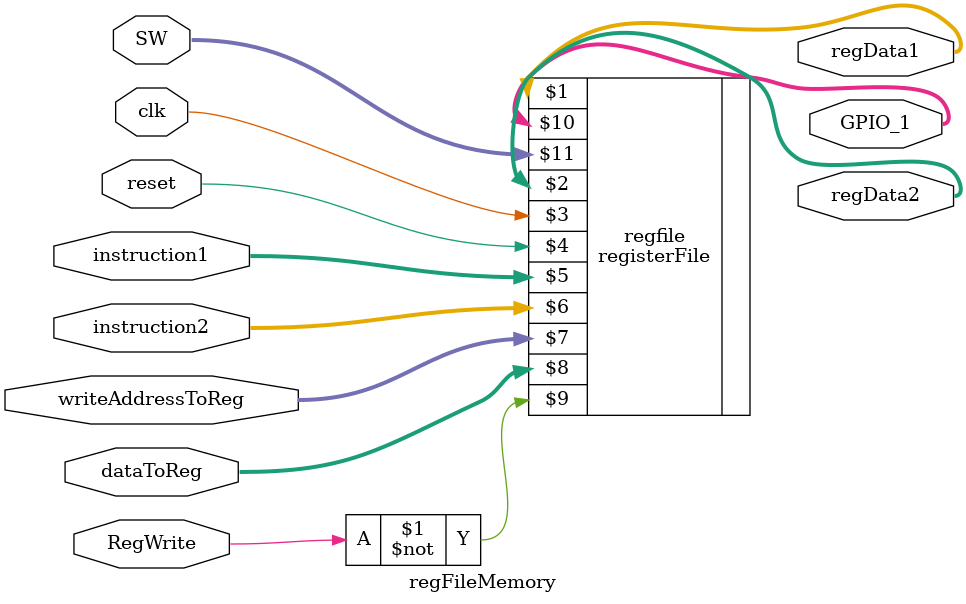
<source format=sv>
module regFileMemory(regData1, regData2, clk, reset, instruction1, instruction2, writeAddressToReg, dataToReg, RegWrite, GPIO_1, SW);
	output [31:0] regData1, regData2;
	input [31:0] dataToReg;
	input [4:0] instruction1, instruction2, writeAddressToReg;
	input reset, RegWrite;
	input clk;

	
	//////////////////////////////////////////////////////////
	output [31:0] GPIO_1;
	input [4:0] SW;
	
	
	//////////////////////////////////////////////////////////
	
	wire regwr;
	
	registerFile regfile (regData1, 
								 regData2,
								 clk, 
								 reset, 
								 instruction1, 
								 instruction2, 
								 writeAddressToReg, 
								 dataToReg, 
								 ~RegWrite, 
								 GPIO_1, 
								 SW);
endmodule

</source>
